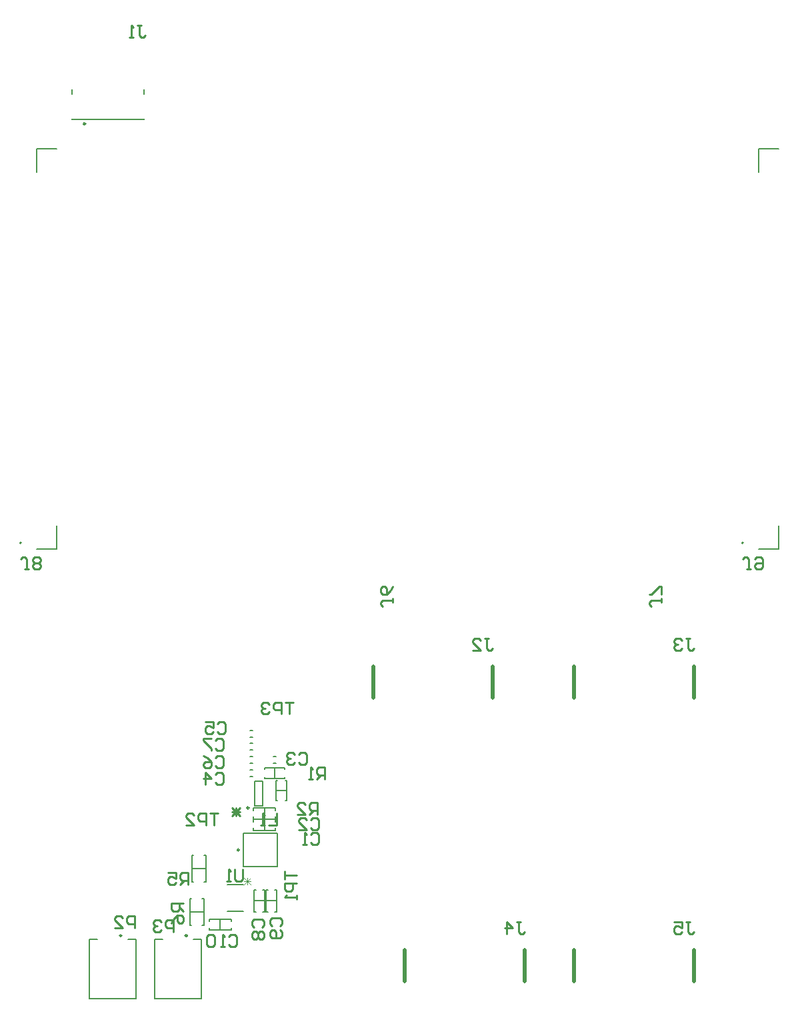
<source format=gbo>
G04*
G04 #@! TF.GenerationSoftware,Altium Limited,Altium Designer,24.1.2 (44)*
G04*
G04 Layer_Color=32896*
%FSLAX44Y44*%
%MOMM*%
G71*
G04*
G04 #@! TF.SameCoordinates,8F2A281D-5683-44EC-B143-A45D5901FF86*
G04*
G04*
G04 #@! TF.FilePolarity,Positive*
G04*
G01*
G75*
%ADD10C,0.1500*%
%ADD11C,0.2000*%
%ADD12C,0.2540*%
%ADD71C,0.2500*%
%ADD72C,0.1524*%
%ADD73C,0.5000*%
%ADD74C,0.0762*%
D10*
X598966Y638708D02*
X612966D01*
X611046Y626008D02*
X612966D01*
Y651408D01*
X611046D02*
X612966D01*
X598966D02*
X600886D01*
X598966Y626008D02*
Y651408D01*
Y626008D02*
X600886D01*
X528386Y461386D02*
Y475386D01*
X514386Y461386D02*
Y464386D01*
Y461386D02*
X542386D01*
Y464386D01*
Y472386D02*
Y475386D01*
X514386D02*
X542386D01*
X514386Y472386D02*
Y475386D01*
X489709Y484515D02*
X507709D01*
X505709Y467515D02*
X507709D01*
Y501515D01*
X505709D02*
X507709D01*
X489709Y467515D02*
X491709D01*
X489709D02*
Y501515D01*
X491709D01*
X584676Y587837D02*
Y601838D01*
X598676Y598838D02*
Y601838D01*
X570676D02*
X598676D01*
X570676Y598838D02*
Y601838D01*
Y587837D02*
Y590838D01*
Y587837D02*
X598676D01*
Y590838D01*
X597547Y512709D02*
X600547D01*
Y484709D02*
Y512709D01*
X597547Y484709D02*
X600547D01*
X586547D02*
X589547D01*
X586547D02*
Y512709D01*
X589547D01*
X586547Y498709D02*
X600547D01*
X582063Y512709D02*
X585063D01*
Y484709D02*
Y512709D01*
X582063Y484709D02*
X585063D01*
X571063D02*
X574063D01*
X571063D02*
Y512709D01*
X574063D01*
X571063Y498709D02*
X585063D01*
X508289Y522354D02*
X510289D01*
Y556354D01*
X508289D02*
X510289D01*
X492289Y522354D02*
X494289D01*
X492289D02*
Y556354D01*
X494289D01*
X492289Y539354D02*
X510289D01*
X610279Y653644D02*
Y655564D01*
X584879Y653644D02*
X610279D01*
X584879D02*
Y655564D01*
Y665724D02*
Y667644D01*
X610279D01*
Y665724D02*
Y667644D01*
X597579Y653644D02*
Y667644D01*
X584676Y602676D02*
Y616676D01*
X598676Y613676D02*
Y616676D01*
X570676D02*
X598676D01*
X570676Y613676D02*
Y616676D01*
Y602676D02*
Y605676D01*
Y602676D02*
X598676D01*
Y605676D01*
D11*
X275957Y952992D02*
G03*
X275957Y952992I-1000J0D01*
G01*
X1192643D02*
G03*
X1192643Y952992I-1000J0D01*
G01*
X340056Y1490066D02*
Y1491216D01*
Y1522716D02*
Y1528516D01*
X431556Y1490066D02*
Y1491216D01*
Y1522716D02*
Y1528516D01*
X340056Y1490066D02*
X431556D01*
X295407Y945392D02*
X320807D01*
Y974892D01*
X295407Y1453392D02*
X320807D01*
X295407Y1423892D02*
Y1453392D01*
X1212093Y1423892D02*
Y1453392D01*
X1237493D01*
Y945392D02*
Y974892D01*
X1212093Y945392D02*
X1237493D01*
X572378Y619160D02*
X582378D01*
X572378Y650160D02*
X582378D01*
X572378Y619160D02*
Y650160D01*
X582378Y619160D02*
Y650160D01*
X566402Y698442D02*
X569402D01*
X566402Y689942D02*
X569402D01*
X558015Y541725D02*
X601015D01*
Y584725D01*
X558015D02*
X601015D01*
X558015Y541725D02*
Y584725D01*
X504661Y374274D02*
Y450274D01*
X494660D02*
X504661D01*
X445661Y374274D02*
X504661D01*
X445658Y374276D02*
Y450276D01*
X445661Y450274D02*
X455660D01*
X421435Y374274D02*
Y450274D01*
X411435D02*
X421435D01*
X362435Y374274D02*
X421435D01*
X362433Y374276D02*
Y450276D01*
X362435Y450274D02*
X372435D01*
X566402Y706716D02*
X569402D01*
X566402Y715216D02*
X569402D01*
X596079Y681668D02*
X599079D01*
X596079Y673168D02*
X599079D01*
X566402D02*
X569402D01*
X566402Y681668D02*
X569402D01*
X566402Y656394D02*
X569402D01*
X566402Y664894D02*
X569402D01*
D12*
X1202311Y919870D02*
X1197232D01*
X1199772D01*
Y932566D01*
X1197232Y935105D01*
X1194693D01*
X1192154Y932566D01*
X1207389D02*
X1209928Y935105D01*
X1215007D01*
X1217546Y932566D01*
Y922409D01*
X1215007Y919870D01*
X1209928D01*
X1207389Y922409D01*
Y924948D01*
X1209928Y927487D01*
X1217546D01*
X285625Y919870D02*
X280546D01*
X283086D01*
Y932566D01*
X280546Y935105D01*
X278007D01*
X275468Y932566D01*
X290703Y922409D02*
X293242Y919870D01*
X298321D01*
X300860Y922409D01*
Y924948D01*
X298321Y927487D01*
X300860Y930026D01*
Y932566D01*
X298321Y935105D01*
X293242D01*
X290703Y932566D01*
Y930026D01*
X293242Y927487D01*
X290703Y924948D01*
Y922409D01*
X293242Y927487D02*
X298321D01*
X747560Y882417D02*
Y877339D01*
Y879878D01*
X734864D01*
X732325Y877339D01*
Y874800D01*
X734864Y872261D01*
X747560Y897653D02*
X745021Y892574D01*
X739943Y887496D01*
X734864D01*
X732325Y890035D01*
Y895113D01*
X734864Y897653D01*
X737403D01*
X739943Y895113D01*
Y887496D01*
X1088860Y882417D02*
Y877339D01*
Y879878D01*
X1076164D01*
X1073625Y877339D01*
Y874800D01*
X1076164Y872261D01*
X1088860Y887496D02*
Y897653D01*
X1086321D01*
X1076164Y887496D01*
X1073625D01*
X556607Y538584D02*
Y525888D01*
X554068Y523349D01*
X548990D01*
X546451Y525888D01*
Y538584D01*
X541372Y523349D02*
X536294D01*
X538833D01*
Y538584D01*
X541372Y536045D01*
X481810Y495921D02*
X466575D01*
Y488303D01*
X469114Y485764D01*
X474193D01*
X476732Y488303D01*
Y495921D01*
Y490842D02*
X481810Y485764D01*
X466575Y470529D02*
X469114Y475607D01*
X474193Y480686D01*
X479271D01*
X481810Y478147D01*
Y473068D01*
X479271Y470529D01*
X476732D01*
X474193Y473068D01*
Y480686D01*
X487534Y519478D02*
Y534713D01*
X479916D01*
X477377Y532174D01*
Y527096D01*
X479916Y524557D01*
X487534D01*
X482455D02*
X477377Y519478D01*
X462142Y534713D02*
X472299D01*
Y527096D01*
X467220Y529635D01*
X464681D01*
X462142Y527096D01*
Y522017D01*
X464681Y519478D01*
X469759D01*
X472299Y522017D01*
X539209Y452819D02*
X541748Y455359D01*
X546826D01*
X549365Y452819D01*
Y442663D01*
X546826Y440123D01*
X541748D01*
X539209Y442663D01*
X534130Y440123D02*
X529052D01*
X531591D01*
Y455359D01*
X534130Y452819D01*
X521434D02*
X518895Y455359D01*
X513817D01*
X511278Y452819D01*
Y442663D01*
X513817Y440123D01*
X518895D01*
X521434Y442663D01*
Y452819D01*
X594275Y466409D02*
X591736Y468948D01*
Y474027D01*
X594275Y476566D01*
X604432D01*
X606971Y474027D01*
Y468948D01*
X604432Y466409D01*
Y461331D02*
X606971Y458792D01*
Y453713D01*
X604432Y451174D01*
X594275D01*
X591736Y453713D01*
Y458792D01*
X594275Y461331D01*
X596814D01*
X599354Y458792D01*
Y451174D01*
X571695Y465119D02*
X569156Y467658D01*
Y472736D01*
X571695Y475276D01*
X581851D01*
X584391Y472736D01*
Y467658D01*
X581851Y465119D01*
X571695Y460041D02*
X569156Y457501D01*
Y452423D01*
X571695Y449884D01*
X574234D01*
X576773Y452423D01*
X579312Y449884D01*
X581851D01*
X584391Y452423D01*
Y457501D01*
X581851Y460041D01*
X579312D01*
X576773Y457501D01*
X574234Y460041D01*
X571695D01*
X576773Y457501D02*
Y452423D01*
X422913Y1609593D02*
X427992D01*
X425452D01*
Y1596897D01*
X427992Y1594358D01*
X430531D01*
X433070Y1596897D01*
X417835Y1594358D02*
X412757D01*
X415296D01*
Y1609593D01*
X417835Y1607054D01*
X620957Y750842D02*
X610801D01*
X615879D01*
Y735607D01*
X605722D02*
Y750842D01*
X598105D01*
X595566Y748303D01*
Y743224D01*
X598105Y740685D01*
X605722D01*
X590487Y748303D02*
X587948Y750842D01*
X582870D01*
X580331Y748303D01*
Y745763D01*
X582870Y743224D01*
X585409D01*
X582870D01*
X580331Y740685D01*
Y738146D01*
X582870Y735607D01*
X587948D01*
X590487Y738146D01*
X525474Y610197D02*
X515317D01*
X520395D01*
Y594962D01*
X510239D02*
Y610197D01*
X502621D01*
X500082Y607658D01*
Y602579D01*
X502621Y600040D01*
X510239D01*
X484847Y594962D02*
X495004D01*
X484847Y605119D01*
Y607658D01*
X487386Y610197D01*
X492464D01*
X495004Y607658D01*
X610446Y536483D02*
Y526326D01*
Y531404D01*
X625681D01*
Y521248D02*
X610446D01*
Y513630D01*
X612985Y511091D01*
X618063D01*
X620602Y513630D01*
Y521248D01*
X625681Y506013D02*
Y500934D01*
Y503474D01*
X610446D01*
X612985Y506013D01*
X651404Y607865D02*
Y623100D01*
X643787D01*
X641248Y620561D01*
Y615483D01*
X643787Y612943D01*
X651404D01*
X646326D02*
X641248Y607865D01*
X626012D02*
X636169D01*
X626012Y618022D01*
Y620561D01*
X628552Y623100D01*
X633630D01*
X636169Y620561D01*
X661123Y653026D02*
Y668261D01*
X653506D01*
X650966Y665722D01*
Y660644D01*
X653506Y658105D01*
X661123D01*
X656045D02*
X650966Y653026D01*
X645888D02*
X640810D01*
X643349D01*
Y668261D01*
X645888Y665722D01*
X468824Y459478D02*
Y474713D01*
X461206D01*
X458667Y472174D01*
Y467096D01*
X461206Y464557D01*
X468824D01*
X453589Y472174D02*
X451050Y474713D01*
X445971D01*
X443432Y472174D01*
Y469635D01*
X445971Y467096D01*
X448511D01*
X445971D01*
X443432Y464557D01*
Y462018D01*
X445971Y459478D01*
X451050D01*
X453589Y462018D01*
X420116Y464566D02*
Y479801D01*
X412499D01*
X409959Y477262D01*
Y472183D01*
X412499Y469644D01*
X420116D01*
X394724Y464566D02*
X404881D01*
X394724Y474723D01*
Y477262D01*
X397263Y479801D01*
X402342D01*
X404881Y477262D01*
X600425Y609676D02*
Y594441D01*
X590269D01*
X585190D02*
X580112D01*
X582651D01*
Y609676D01*
X585190Y607137D01*
X1119635Y471927D02*
X1124714D01*
X1122175D01*
Y459231D01*
X1124714Y456692D01*
X1127253D01*
X1129792Y459231D01*
X1104400Y471927D02*
X1114557D01*
Y464310D01*
X1109479Y466849D01*
X1106939D01*
X1104400Y464310D01*
Y459231D01*
X1106939Y456692D01*
X1112018D01*
X1114557Y459231D01*
X904751Y471927D02*
X909830D01*
X907290D01*
Y459231D01*
X909830Y456692D01*
X912369D01*
X914908Y459231D01*
X892055Y456692D02*
Y471927D01*
X899673Y464310D01*
X889516D01*
X1119635Y832099D02*
X1124714D01*
X1122175D01*
Y819403D01*
X1124714Y816864D01*
X1127253D01*
X1129792Y819403D01*
X1114557Y829560D02*
X1112018Y832099D01*
X1106939D01*
X1104400Y829560D01*
Y827021D01*
X1106939Y824482D01*
X1109479D01*
X1106939D01*
X1104400Y821942D01*
Y819403D01*
X1106939Y816864D01*
X1112018D01*
X1114557Y819403D01*
X864619Y832099D02*
X869698D01*
X867159D01*
Y819403D01*
X869698Y816864D01*
X872237D01*
X874776Y819403D01*
X849384Y816864D02*
X859541D01*
X849384Y827021D01*
Y829560D01*
X851923Y832099D01*
X857002D01*
X859541Y829560D01*
X522699Y702496D02*
X525239Y705035D01*
X530317D01*
X532856Y702496D01*
Y692340D01*
X530317Y689800D01*
X525239D01*
X522699Y692340D01*
X517621Y705035D02*
X507464D01*
Y702496D01*
X517621Y692340D01*
Y689800D01*
X522699Y680561D02*
X525239Y683100D01*
X530317D01*
X532856Y680561D01*
Y670404D01*
X530317Y667865D01*
X525239D01*
X522699Y670404D01*
X507464Y683100D02*
X512543Y680561D01*
X517621Y675482D01*
Y670404D01*
X515082Y667865D01*
X510004D01*
X507464Y670404D01*
Y672943D01*
X510004Y675482D01*
X517621D01*
X524474Y723141D02*
X527013Y725681D01*
X532091D01*
X534630Y723141D01*
Y712985D01*
X532091Y710445D01*
X527013D01*
X524474Y712985D01*
X509239Y725681D02*
X519395D01*
Y718063D01*
X514317Y720602D01*
X511778D01*
X509239Y718063D01*
Y712985D01*
X511778Y710445D01*
X516856D01*
X519395Y712985D01*
X522054Y658625D02*
X524593Y661165D01*
X529672D01*
X532211Y658625D01*
Y648469D01*
X529672Y645929D01*
X524593D01*
X522054Y648469D01*
X509358Y645929D02*
Y661165D01*
X516976Y653547D01*
X506819D01*
X628344Y684432D02*
X630883Y686971D01*
X635962D01*
X638501Y684432D01*
Y674275D01*
X635962Y671736D01*
X630883D01*
X628344Y674275D01*
X623266Y684432D02*
X620727Y686971D01*
X615648D01*
X613109Y684432D01*
Y681893D01*
X615648Y679353D01*
X618188D01*
X615648D01*
X613109Y676814D01*
Y674275D01*
X615648Y671736D01*
X620727D01*
X623266Y674275D01*
X643183Y601206D02*
X645722Y603745D01*
X650801D01*
X653340Y601206D01*
Y591049D01*
X650801Y588510D01*
X645722D01*
X643183Y591049D01*
X627948Y588510D02*
X638105D01*
X627948Y598667D01*
Y601206D01*
X630487Y603745D01*
X635565D01*
X638105Y601206D01*
X643224Y582496D02*
X645764Y585036D01*
X650842D01*
X653381Y582496D01*
Y572340D01*
X650842Y569801D01*
X645764D01*
X643224Y572340D01*
X638146Y569801D02*
X633068D01*
X635607D01*
Y585036D01*
X638146Y582496D01*
X553867Y606533D02*
X543711Y616690D01*
Y606533D02*
X553867Y616690D01*
X548789Y606533D02*
Y616690D01*
X543711Y611612D02*
X553867D01*
D71*
X357306Y1484966D02*
G03*
X357306Y1484966I-1250J0D01*
G01*
X564878Y616660D02*
G03*
X564878Y616660I-1250J0D01*
G01*
X552765Y563225D02*
G03*
X552765Y563225I-1250J0D01*
G01*
X486570Y454553D02*
G03*
X486570Y454553I-1250J0D01*
G01*
X403345D02*
G03*
X403345Y454553I-1250J0D01*
G01*
D72*
X537685Y485816D02*
X558259D01*
X537685Y519344D02*
X558259D01*
D73*
X874917Y756155D02*
Y796155D01*
X722917Y756155D02*
Y796155D01*
X1129917Y756155D02*
Y796155D01*
X977917Y756155D02*
Y796155D01*
X914917Y396155D02*
Y436155D01*
X762917Y396155D02*
Y436155D01*
X1129917Y396155D02*
Y436155D01*
X977917Y396155D02*
Y436155D01*
D74*
X567467Y527384D02*
X559002Y518920D01*
X567467D02*
X559002Y527384D01*
X567467Y523152D02*
X559002D01*
X563234Y518920D02*
Y527384D01*
M02*

</source>
